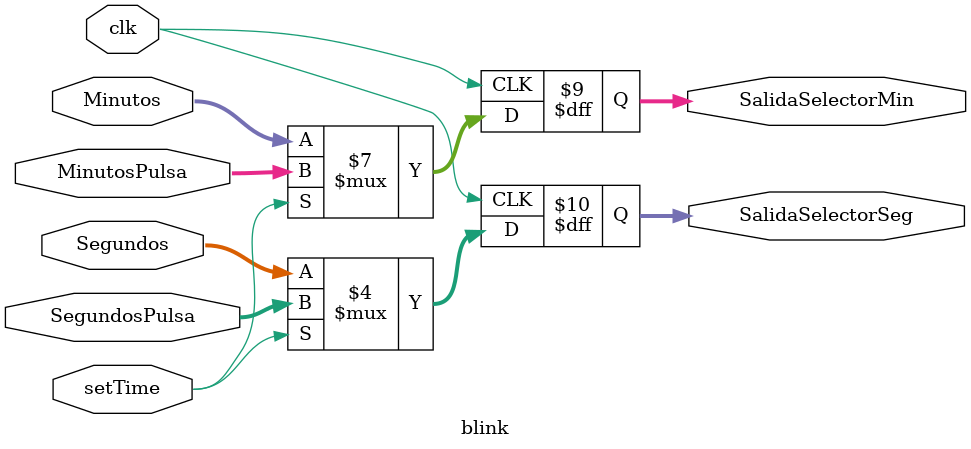
<source format=v>
module blink (
	input clk,
	input setTime,
        input [5:0] Segundos,
	input [5:0] Minutos,
	input [5:0] SegundosPulsa,
	input [5:0] MinutosPulsa,
	output reg [5:0] SalidaSelectorMin,
	output reg [5:0] SalidaSelectorSeg
  );

always@(posedge clk)
begin 
		if(setTime==1'b1)begin
			SalidaSelectorMin<=MinutosPulsa;
			SalidaSelectorSeg<=SegundosPulsa;
		end
		else begin
			SalidaSelectorMin<=Minutos;
			SalidaSelectorSeg<=Segundos;
		end

end

endmodule

</source>
